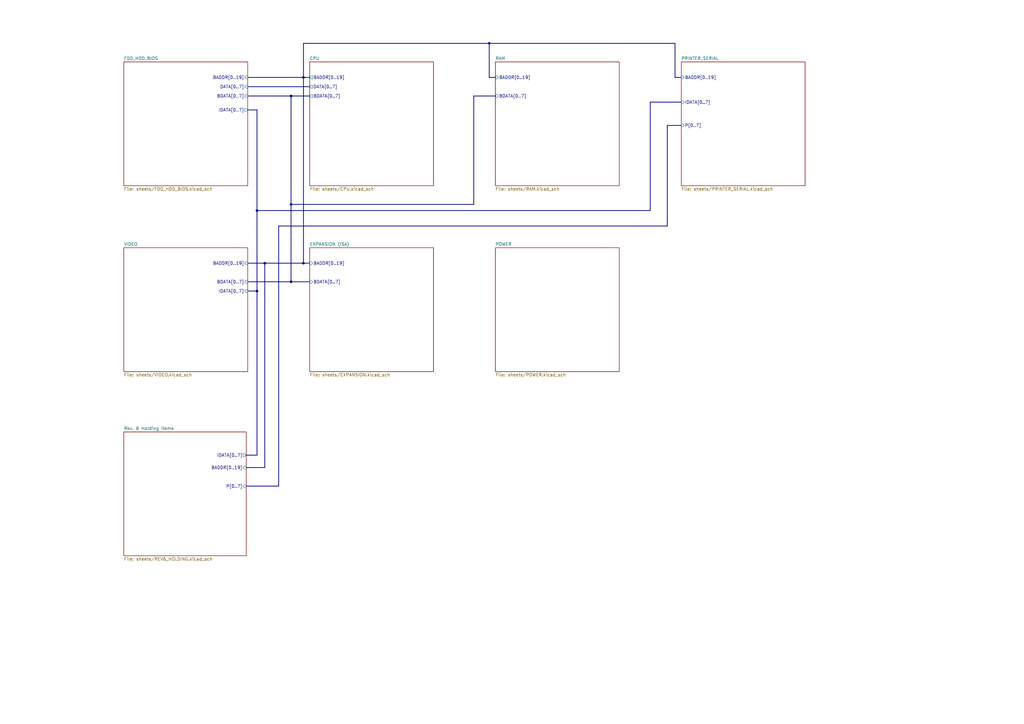
<source format=kicad_sch>
(kicad_sch (version 20230121) (generator eeschema)
  (paper "A3")
  (title_block (title "Commodore PC10/CA") (rev "C") (comment 1 "312626"))
  (lib_symbols)
  (junction (at 124.46 31.75))
  (junction (at 119.38 39.37))
  (junction (at 119.38 83.82))
  (junction (at 124.46 107.95))
  (junction (at 200.66 17.78))
  (junction (at 108.585 107.95))
  (junction (at 105.41 119.38))
  (junction (at 105.41 86.36))
  (junction (at 119.38 115.57))
  (bus (pts (xy 100.965 191.77) (xy 108.585 191.77)))
  (bus (pts (xy 101.6 115.57) (xy 119.38 115.57)))
  (bus (pts (xy 279.4 31.75) (xy 276.86 31.75)))
  (bus (pts (xy 276.86 17.78) (xy 200.66 17.78)))
  (bus (pts (xy 200.66 31.75) (xy 200.66 17.78)))
  (bus (pts (xy 279.4 41.91) (xy 266.7 41.91)))
  (bus (pts (xy 203.2 39.37) (xy 194.31 39.37)))
  (bus (pts (xy 105.41 45.085) (xy 105.41 86.36)))
  (bus (pts (xy 101.6 107.95) (xy 108.585 107.95)))
  (bus (pts (xy 105.41 119.38) (xy 105.41 186.69)))
  (bus (pts (xy 266.7 86.36) (xy 105.41 86.36)))
  (bus (pts (xy 124.46 107.95) (xy 127 107.95)))
  (bus (pts (xy 105.41 186.69) (xy 100.965 186.69)))
  (bus (pts (xy 279.4 51.435) (xy 273.685 51.435)))
  (bus (pts (xy 266.7 41.91) (xy 266.7 86.36)))
  (bus (pts (xy 101.6 45.085) (xy 105.41 45.085)))
  (bus (pts (xy 273.685 92.71) (xy 114.3 92.71)))
  (bus (pts (xy 101.6 35.56) (xy 127 35.56)))
  (bus (pts (xy 119.38 83.82) (xy 119.38 115.57)))
  (bus (pts (xy 108.585 191.77) (xy 108.585 107.95)))
  (bus (pts (xy 124.46 31.75) (xy 127 31.75)))
  (bus (pts (xy 124.46 31.75) (xy 124.46 107.95)))
  (bus (pts (xy 114.3 92.71) (xy 114.3 199.39)))
  (bus (pts (xy 101.6 31.75) (xy 124.46 31.75)))
  (bus (pts (xy 127 39.37) (xy 119.38 39.37)))
  (bus (pts (xy 119.38 39.37) (xy 119.38 83.82)))
  (bus (pts (xy 108.585 107.95) (xy 124.46 107.95)))
  (bus (pts (xy 105.41 86.36) (xy 105.41 119.38)))
  (bus (pts (xy 124.46 17.78) (xy 124.46 31.75)))
  (bus (pts (xy 200.66 17.78) (xy 124.46 17.78)))
  (bus (pts (xy 119.38 115.57) (xy 127 115.57)))
  (bus (pts (xy 100.965 199.39) (xy 114.3 199.39)))
  (bus (pts (xy 276.86 31.75) (xy 276.86 17.78)))
  (bus (pts (xy 105.41 119.38) (xy 101.6 119.38)))
  (bus (pts (xy 101.6 39.37) (xy 119.38 39.37)))
  (bus (pts (xy 194.31 39.37) (xy 194.31 83.82)))
  (bus (pts (xy 203.2 31.75) (xy 200.66 31.75)))
  (bus (pts (xy 273.685 51.435) (xy 273.685 92.71)))
  (bus (pts (xy 194.31 83.82) (xy 119.38 83.82)))
  (sheet (at 127 101.6) (size 50.8 50.8) (stroke (width 0.1524))
    (property "Sheetname" "EXPANSION (ISA)" (at 127 100.8884 0) (effects (justify left bottom)))
    (property "Sheetfile" "sheets/EXPANSION.kicad_sch" (at 127 152.9846 0) (effects (justify left top)))
    (pin "BDATA[0..7]" input (at 127 115.57 180))
    (pin "BADDR[0..19]" input (at 127 107.95 180))
  )
  (sheet (at 50.8 25.4) (size 50.8 50.8) (stroke (width 0.1524))
    (property "Sheetname" "FDD_HDD_BIOS" (at 50.8 24.6884 0) (effects (justify left bottom)))
    (property "Sheetfile" "sheets/FDD_HDD_BIOS.kicad_sch" (at 50.8 76.7846 0) (effects (justify left top)))
    (pin "BADDR[0..19]" input (at 101.6 31.75 0))
    (pin "DATA[0..7]" input (at 101.6 35.56 0))
    (pin "IDATA[0..7]" output (at 101.6 45.085 0))
    (pin "BDATA[0..7]" input (at 101.6 39.37 0))
  )
  (sheet (at 50.8 177.165) (size 50.165 50.8) (stroke (width 0.1524))
    (property "Sheetname" "Rev. 6 Holding Items" (at 50.8 176.4534 0) (effects (justify left bottom)))
    (property "Sheetfile" "sheets/REV6_HOLDING.kicad_sch" (at 50.8 228.5496 0) (effects (justify left top)))
    (pin "IDATA[0..7]" output (at 100.965 186.69 0))
    (pin "BADDR[0..19]" input (at 100.965 191.77 0))
    (pin "P[0..7]" input (at 100.965 199.39 0))
  )
  (sheet (at 203.2 101.6) (size 50.8 50.8) (stroke (width 0.1524))
    (property "Sheetname" "POWER" (at 203.2 100.8884 0) (effects (justify left bottom)))
    (property "Sheetfile" "sheets/POWER.kicad_sch" (at 203.2 152.9846 0) (effects (justify left top)))
  )
  (sheet (at 50.8 101.6) (size 50.8 50.8) (stroke (width 0.1524))
    (property "Sheetname" "VIDEO" (at 50.8 100.8884 0) (effects (justify left bottom)))
    (property "Sheetfile" "sheets/VIDEO.kicad_sch" (at 50.8 152.9846 0) (effects (justify left top)))
    (pin "BADDR[0..19]" input (at 101.6 107.95 0))
    (pin "IDATA[0..7]" input (at 101.6 119.38 0))
    (pin "BDATA[0..7]" input (at 101.6 115.57 0))
  )
  (sheet (at 203.2 25.4) (size 50.8 50.8) (stroke (width 0.1524))
    (property "Sheetname" "RAM" (at 203.2 24.6884 0) (effects (justify left bottom)))
    (property "Sheetfile" "sheets/RAM.kicad_sch" (at 203.2 76.7846 0) (effects (justify left top)))
    (pin "BDATA[0..7]" input (at 203.2 39.37 180))
    (pin "BADDR[0..19]" input (at 203.2 31.75 180))
  )
  (sheet (at 279.4 25.4) (size 50.8 50.8) (stroke (width 0.1524))
    (property "Sheetname" "PRINTER_SERIAL" (at 279.4 24.6884 0) (effects (justify left bottom)))
    (property "Sheetfile" "sheets/PRINTER_SERIAL.kicad_sch" (at 279.4 76.7846 0) (effects (justify left top)))
    (pin "BADDR[0..19]" input (at 279.4 31.75 180))
    (pin "IDATA[0..7]" input (at 279.4 41.91 180))
    (pin "P[0..7]" input (at 279.4 51.435 180))
  )
  (sheet (at 127 25.4) (size 50.8 50.8) (stroke (width 0.1524))
    (property "Sheetname" "CPU" (at 127 24.6884 0) (effects (justify left bottom)))
    (property "Sheetfile" "sheets/CPU.kicad_sch" (at 127 76.7846 0) (effects (justify left top)))
    (pin "DATA[0..7]" output (at 127 35.56 180))
    (pin "BDATA[0..7]" output (at 127 39.37 180))
    (pin "BADDR[0..19]" output (at 127 31.75 180))
  )
)
</source>
